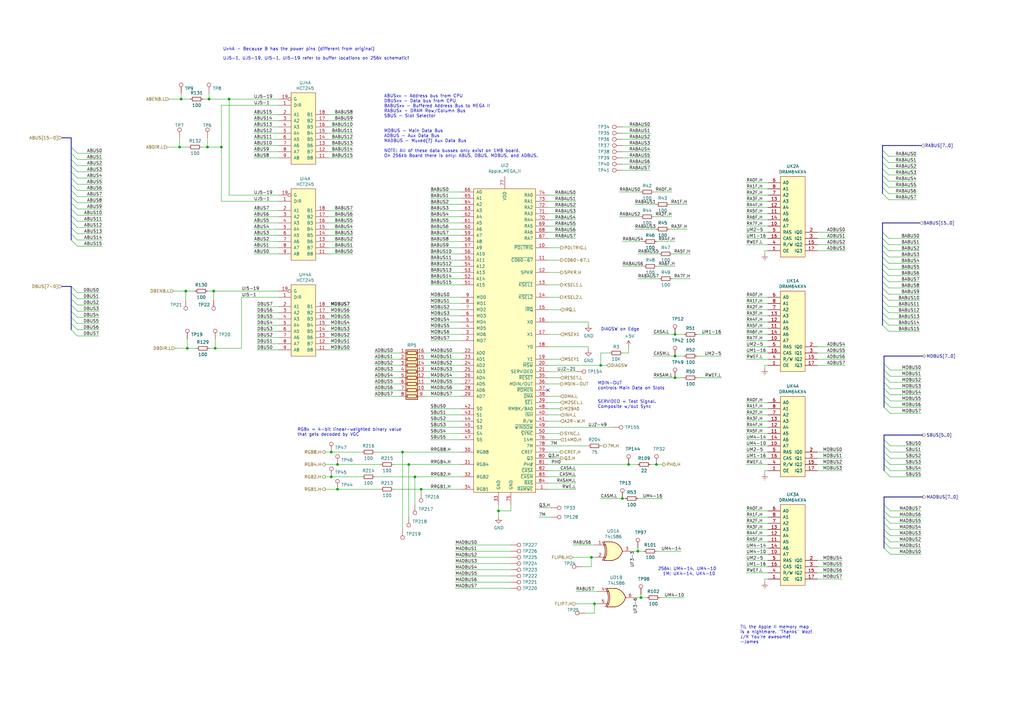
<source format=kicad_sch>
(kicad_sch (version 20211123) (generator eeschema)
  (paper "A3")
  (title_block (title "MEGA-II for IIgs ROM3") (rev "2") (company "bald.ee/bitpreserve") (comment 1 "ROM3 / 1 Mb IIgs") (comment 2 "Redrawn by james@baldengineer"))
  (junction (at 257.81 190.5))
  (junction (at 135.89 195.58))
  (junction (at 165.1 185.42))
  (junction (at 255.27 204.47))
  (junction (at 93.98 40.64))
  (junction (at 172.72 200.66))
  (junction (at 204.47 209.55))
  (junction (at 73.66 60.325))
  (junction (at 74.295 40.64))
  (junction (at 138.43 190.5))
  (junction (at 76.835 142.875))
  (junction (at 246.38 149.86))
  (junction (at 135.89 185.42))
  (junction (at 87.63 119.38))
  (junction (at 88.265 142.875))
  (junction (at 261.62 226.06))
  (junction (at 76.2 119.38))
  (junction (at 242.57 228.6))
  (junction (at 269.24 190.5))
  (junction (at 170.18 195.58))
  (junction (at 243.84 247.65))
  (junction (at 85.725 40.64))
  (junction (at 276.86 146.05))
  (junction (at 90.805 60.325))
  (junction (at 138.43 200.66))
  (junction (at 262.89 245.11))
  (junction (at 85.09 60.325))
  (junction (at 276.86 137.16))
  (junction (at 167.64 190.5))
  (junction (at 276.86 154.94))
  (no_connect (at 224.79 160.02))
  (bus_entry (at 362.585 156.845) (size 2.54 2.54))
  (bus_entry (at 362.585 161.925) (size 2.54 2.54))
  (bus_entry (at 361.95 61.595) (size 2.54 2.54))
  (bus_entry (at 361.95 100.33) (size 2.54 2.54))
  (bus_entry (at 29.21 122.555) (size 2.54 2.54))
  (bus_entry (at 29.21 117.475) (size 2.54 2.54))
  (bus_entry (at 361.95 133.35) (size 2.54 2.54))
  (bus_entry (at 361.95 76.835) (size 2.54 2.54))
  (bus_entry (at 362.585 217.17) (size 2.54 2.54))
  (bus_entry (at 362.585 187.96) (size 2.54 2.54))
  (bus_entry (at 362.585 190.5) (size 2.54 2.54))
  (bus_entry (at 362.585 219.71) (size 2.54 2.54))
  (bus_entry (at 29.21 78.105) (size 2.54 2.54))
  (bus_entry (at 361.95 110.49) (size 2.54 2.54))
  (bus_entry (at 361.95 107.95) (size 2.54 2.54))
  (bus_entry (at 361.95 97.79) (size 2.54 2.54))
  (bus_entry (at 29.21 127.635) (size 2.54 2.54))
  (bus_entry (at 29.21 125.095) (size 2.54 2.54))
  (bus_entry (at 362.585 214.63) (size 2.54 2.54))
  (bus_entry (at 361.95 79.375) (size 2.54 2.54))
  (bus_entry (at 29.21 73.025) (size 2.54 2.54))
  (bus_entry (at 362.585 207.01) (size 2.54 2.54))
  (bus_entry (at 362.585 180.34) (size 2.54 2.54))
  (bus_entry (at 361.95 69.215) (size 2.54 2.54))
  (bus_entry (at 361.95 64.135) (size 2.54 2.54))
  (bus_entry (at 361.95 125.73) (size 2.54 2.54))
  (bus_entry (at 361.95 128.27) (size 2.54 2.54))
  (bus_entry (at 29.21 80.645) (size 2.54 2.54))
  (bus_entry (at 29.21 83.185) (size 2.54 2.54))
  (bus_entry (at 29.21 135.255) (size 2.54 2.54))
  (bus_entry (at 29.21 90.805) (size 2.54 2.54))
  (bus_entry (at 362.585 222.25) (size 2.54 2.54))
  (bus_entry (at 362.585 209.55) (size 2.54 2.54))
  (bus_entry (at 361.95 130.81) (size 2.54 2.54))
  (bus_entry (at 362.585 154.305) (size 2.54 2.54))
  (bus_entry (at 361.95 102.87) (size 2.54 2.54))
  (bus_entry (at 361.95 71.755) (size 2.54 2.54))
  (bus_entry (at 361.95 118.11) (size 2.54 2.54))
  (bus_entry (at 362.585 224.79) (size 2.54 2.54))
  (bus_entry (at 29.21 132.715) (size 2.54 2.54))
  (bus_entry (at 362.585 151.765) (size 2.54 2.54))
  (bus_entry (at 29.21 62.865) (size 2.54 2.54))
  (bus_entry (at 362.585 164.465) (size 2.54 2.54))
  (bus_entry (at 361.95 74.295) (size 2.54 2.54))
  (bus_entry (at 29.21 60.325) (size 2.54 2.54))
  (bus_entry (at 29.21 85.725) (size 2.54 2.54))
  (bus_entry (at 362.585 182.88) (size 2.54 2.54))
  (bus_entry (at 362.585 212.09) (size 2.54 2.54))
  (bus_entry (at 362.585 185.42) (size 2.54 2.54))
  (bus_entry (at 362.585 159.385) (size 2.54 2.54))
  (bus_entry (at 362.585 167.005) (size 2.54 2.54))
  (bus_entry (at 29.21 95.885) (size 2.54 2.54))
  (bus_entry (at 361.95 95.25) (size 2.54 2.54))
  (bus_entry (at 361.95 105.41) (size 2.54 2.54))
  (bus_entry (at 362.585 149.225) (size 2.54 2.54))
  (bus_entry (at 29.21 130.175) (size 2.54 2.54))
  (bus_entry (at 29.21 70.485) (size 2.54 2.54))
  (bus_entry (at 361.95 120.65) (size 2.54 2.54))
  (bus_entry (at 361.95 123.19) (size 2.54 2.54))
  (bus_entry (at 361.95 66.675) (size 2.54 2.54))
  (bus_entry (at 361.95 113.03) (size 2.54 2.54))
  (bus_entry (at 362.585 193.04) (size 2.54 2.54))
  (bus_entry (at 29.21 75.565) (size 2.54 2.54))
  (bus_entry (at 29.21 67.945) (size 2.54 2.54))
  (bus_entry (at 29.21 88.265) (size 2.54 2.54))
  (bus_entry (at 361.95 115.57) (size 2.54 2.54))
  (bus_entry (at 29.21 120.015) (size 2.54 2.54))
  (bus_entry (at 29.21 65.405) (size 2.54 2.54))
  (bus_entry (at 29.21 93.345) (size 2.54 2.54))
  (bus_entry (at 29.21 98.425) (size 2.54 2.54))
  (bus (pts (xy 29.21 125.095) (xy 29.21 127.635)))
  (wire (pts (xy 114.3 86.36) (xy 104.14 86.36)))
  (bus (pts (xy 362.585 182.88) (xy 362.585 180.34)))
  (wire (pts (xy 255.27 62.23) (xy 266.7 62.23)))
  (wire (pts (xy 40.64 122.555) (xy 31.75 122.555)))
  (wire (pts (xy 365.125 151.765) (xy 377.825 151.765)))
  (wire (pts (xy 314.96 132.08) (xy 306.07 132.08)))
  (wire (pts (xy 313.69 149.86) (xy 313.69 151.13)))
  (wire (pts (xy 170.18 207.01) (xy 170.18 195.58)))
  (wire (pts (xy 260.35 245.11) (xy 262.89 245.11)))
  (wire (pts (xy 167.64 190.5) (xy 189.23 190.5)))
  (wire (pts (xy 189.23 81.28) (xy 176.53 81.28)))
  (wire (pts (xy 85.09 60.325) (xy 90.805 60.325)))
  (bus (pts (xy 29.21 75.565) (xy 29.21 78.105)))
  (bus (pts (xy 361.95 61.595) (xy 361.95 64.135)))
  (wire (pts (xy 314.96 127) (xy 306.07 127)))
  (wire (pts (xy 224.79 172.72) (xy 229.87 172.72)))
  (wire (pts (xy 314.96 102.87) (xy 313.69 102.87)))
  (wire (pts (xy 83.185 40.64) (xy 85.725 40.64)))
  (wire (pts (xy 365.125 154.305) (xy 377.825 154.305)))
  (wire (pts (xy 114.3 64.77) (xy 104.14 64.77)))
  (wire (pts (xy 90.805 82.55) (xy 114.3 82.55)))
  (bus (pts (xy 362.585 214.63) (xy 362.585 217.17)))
  (wire (pts (xy 313.69 237.49) (xy 313.69 238.76)))
  (wire (pts (xy 163.83 147.32) (xy 153.67 147.32)))
  (wire (pts (xy 345.44 193.04) (xy 335.28 193.04)))
  (wire (pts (xy 88.265 142.875) (xy 99.06 142.875)))
  (bus (pts (xy 362.585 203.835) (xy 378.46 203.835)))
  (wire (pts (xy 314.96 229.87) (xy 306.07 229.87)))
  (wire (pts (xy 246.38 144.78) (xy 246.38 149.86)))
  (wire (pts (xy 314.96 175.26) (xy 306.07 175.26)))
  (wire (pts (xy 173.99 162.56) (xy 189.23 162.56)))
  (wire (pts (xy 314.96 222.25) (xy 306.07 222.25)))
  (wire (pts (xy 255.27 59.69) (xy 266.7 59.69)))
  (wire (pts (xy 365.125 185.42) (xy 377.825 185.42)))
  (wire (pts (xy 365.125 161.925) (xy 377.825 161.925)))
  (wire (pts (xy 173.99 157.48) (xy 189.23 157.48)))
  (wire (pts (xy 31.75 65.405) (xy 41.91 65.405)))
  (wire (pts (xy 255.27 67.31) (xy 266.7 67.31)))
  (wire (pts (xy 314.96 187.96) (xy 306.07 187.96)))
  (wire (pts (xy 172.72 200.66) (xy 161.29 200.66)))
  (wire (pts (xy 138.43 190.5) (xy 156.21 190.5)))
  (wire (pts (xy 189.23 132.08) (xy 176.53 132.08)))
  (bus (pts (xy 361.95 105.41) (xy 361.95 102.87)))
  (bus (pts (xy 361.95 118.11) (xy 361.95 115.57)))
  (wire (pts (xy 161.29 190.5) (xy 167.64 190.5)))
  (wire (pts (xy 165.1 185.42) (xy 165.1 217.17)))
  (wire (pts (xy 285.75 146.05) (xy 295.91 146.05)))
  (wire (pts (xy 173.99 152.4) (xy 189.23 152.4)))
  (wire (pts (xy 247.65 182.88) (xy 246.38 182.88)))
  (bus (pts (xy 362.585 146.05) (xy 362.585 149.225)))
  (wire (pts (xy 74.295 40.64) (xy 69.215 40.64)))
  (wire (pts (xy 335.28 147.32) (xy 346.71 147.32)))
  (wire (pts (xy 262.89 243.84) (xy 262.89 245.11)))
  (wire (pts (xy 31.75 80.645) (xy 41.91 80.645)))
  (wire (pts (xy 31.75 70.485) (xy 41.91 70.485)))
  (bus (pts (xy 29.21 60.325) (xy 29.21 62.865)))
  (wire (pts (xy 314.96 209.55) (xy 306.07 209.55)))
  (wire (pts (xy 271.78 190.5) (xy 269.24 190.5)))
  (wire (pts (xy 87.63 119.38) (xy 114.3 119.38)))
  (wire (pts (xy 261.62 224.79) (xy 261.62 226.06)))
  (wire (pts (xy 224.79 198.12) (xy 236.22 198.12)))
  (wire (pts (xy 189.23 129.54) (xy 176.53 129.54)))
  (wire (pts (xy 85.725 38.1) (xy 85.725 40.64)))
  (bus (pts (xy 29.21 70.485) (xy 29.21 73.025)))
  (wire (pts (xy 134.62 143.51) (xy 143.51 143.51)))
  (bus (pts (xy 29.21 85.725) (xy 29.21 88.265)))
  (wire (pts (xy 189.23 91.44) (xy 176.53 91.44)))
  (wire (pts (xy 270.51 245.11) (xy 280.67 245.11)))
  (wire (pts (xy 345.44 237.49) (xy 335.28 237.49)))
  (wire (pts (xy 314.96 219.71) (xy 306.07 219.71)))
  (wire (pts (xy 255.27 69.85) (xy 266.7 69.85)))
  (wire (pts (xy 275.59 104.14) (xy 283.21 104.14)))
  (wire (pts (xy 134.62 96.52) (xy 144.78 96.52)))
  (wire (pts (xy 40.64 137.795) (xy 31.75 137.795)))
  (wire (pts (xy 90.805 43.18) (xy 90.805 60.325)))
  (wire (pts (xy 314.96 185.42) (xy 306.07 185.42)))
  (wire (pts (xy 261.62 204.47) (xy 271.78 204.47)))
  (wire (pts (xy 364.49 130.81) (xy 377.19 130.81)))
  (wire (pts (xy 276.86 154.94) (xy 280.67 154.94)))
  (wire (pts (xy 364.49 79.375) (xy 375.92 79.375)))
  (wire (pts (xy 314.96 149.86) (xy 313.69 149.86)))
  (wire (pts (xy 257.81 144.78) (xy 255.27 144.78)))
  (bus (pts (xy 29.21 127.635) (xy 29.21 130.175)))
  (wire (pts (xy 153.67 195.58) (xy 170.18 195.58)))
  (wire (pts (xy 314.96 142.24) (xy 306.07 142.24)))
  (bus (pts (xy 361.95 95.25) (xy 361.95 91.44)))
  (bus (pts (xy 29.21 90.805) (xy 29.21 93.345)))
  (wire (pts (xy 163.83 152.4) (xy 153.67 152.4)))
  (wire (pts (xy 242.57 228.6) (xy 234.95 228.6)))
  (wire (pts (xy 259.08 226.06) (xy 261.62 226.06)))
  (wire (pts (xy 189.23 139.7) (xy 176.53 139.7)))
  (wire (pts (xy 135.89 195.58) (xy 148.59 195.58)))
  (bus (pts (xy 362.585 156.845) (xy 362.585 159.385)))
  (wire (pts (xy 31.75 90.805) (xy 41.91 90.805)))
  (bus (pts (xy 29.21 73.025) (xy 29.21 75.565)))
  (bus (pts (xy 362.585 151.765) (xy 362.585 154.305)))
  (wire (pts (xy 335.28 97.79) (xy 346.71 97.79)))
  (wire (pts (xy 243.84 247.65) (xy 236.22 247.65)))
  (wire (pts (xy 40.64 125.095) (xy 31.75 125.095)))
  (wire (pts (xy 134.62 88.9) (xy 144.78 88.9)))
  (wire (pts (xy 40.64 127.635) (xy 31.75 127.635)))
  (wire (pts (xy 93.98 40.64) (xy 114.3 40.64)))
  (wire (pts (xy 377.19 115.57) (xy 364.49 115.57)))
  (wire (pts (xy 134.62 99.06) (xy 144.78 99.06)))
  (wire (pts (xy 189.23 185.42) (xy 165.1 185.42)))
  (wire (pts (xy 114.3 96.52) (xy 104.14 96.52)))
  (wire (pts (xy 274.32 93.98) (xy 281.94 93.98)))
  (wire (pts (xy 224.79 82.55) (xy 236.22 82.55)))
  (wire (pts (xy 204.47 209.55) (xy 204.47 212.09)))
  (wire (pts (xy 224.79 200.66) (xy 236.22 200.66)))
  (wire (pts (xy 163.83 157.48) (xy 153.67 157.48)))
  (wire (pts (xy 134.62 135.89) (xy 143.51 135.89)))
  (wire (pts (xy 314.96 212.09) (xy 306.07 212.09)))
  (bus (pts (xy 29.21 130.175) (xy 29.21 132.715)))
  (wire (pts (xy 224.79 190.5) (xy 257.81 190.5)))
  (wire (pts (xy 176.53 96.52) (xy 189.23 96.52)))
  (bus (pts (xy 361.95 59.69) (xy 361.95 61.595)))
  (bus (pts (xy 361.95 71.755) (xy 361.95 74.295)))
  (wire (pts (xy 134.62 130.81) (xy 143.51 130.81)))
  (wire (pts (xy 85.725 142.875) (xy 88.265 142.875)))
  (wire (pts (xy 365.125 190.5) (xy 377.825 190.5)))
  (wire (pts (xy 365.125 217.17) (xy 377.825 217.17)))
  (wire (pts (xy 314.96 217.17) (xy 306.07 217.17)))
  (wire (pts (xy 76.2 123.19) (xy 76.2 119.38)))
  (wire (pts (xy 114.3 91.44) (xy 104.14 91.44)))
  (wire (pts (xy 243.84 251.46) (xy 243.84 247.65)))
  (bus (pts (xy 361.95 64.135) (xy 361.95 66.675)))
  (bus (pts (xy 362.585 193.04) (xy 362.585 190.5)))
  (wire (pts (xy 364.49 125.73) (xy 377.19 125.73)))
  (wire (pts (xy 345.44 187.96) (xy 335.28 187.96)))
  (wire (pts (xy 269.24 99.06) (xy 276.86 99.06)))
  (wire (pts (xy 314.96 80.01) (xy 306.07 80.01)))
  (wire (pts (xy 31.75 88.265) (xy 41.91 88.265)))
  (bus (pts (xy 29.21 88.265) (xy 29.21 90.805)))
  (bus (pts (xy 361.95 123.19) (xy 361.95 120.65)))
  (wire (pts (xy 176.53 83.82) (xy 189.23 83.82)))
  (wire (pts (xy 255.27 109.22) (xy 264.16 109.22)))
  (wire (pts (xy 314.96 144.78) (xy 306.07 144.78)))
  (bus (pts (xy 362.585 146.05) (xy 378.46 146.05)))
  (wire (pts (xy 345.44 232.41) (xy 335.28 232.41)))
  (wire (pts (xy 377.19 133.35) (xy 364.49 133.35)))
  (wire (pts (xy 189.23 134.62) (xy 176.53 134.62)))
  (wire (pts (xy 267.97 88.9) (xy 275.59 88.9)))
  (wire (pts (xy 267.97 146.05) (xy 276.86 146.05)))
  (bus (pts (xy 362.585 178.435) (xy 378.46 178.435)))
  (wire (pts (xy 365.125 227.33) (xy 377.825 227.33)))
  (wire (pts (xy 365.125 164.465) (xy 377.825 164.465)))
  (wire (pts (xy 134.62 59.69) (xy 144.78 59.69)))
  (wire (pts (xy 80.645 142.875) (xy 76.835 142.875)))
  (wire (pts (xy 85.09 56.515) (xy 85.09 60.325)))
  (wire (pts (xy 31.75 83.185) (xy 41.91 83.185)))
  (wire (pts (xy 134.62 64.77) (xy 144.78 64.77)))
  (wire (pts (xy 314.96 90.17) (xy 306.07 90.17)))
  (wire (pts (xy 364.49 71.755) (xy 375.92 71.755)))
  (wire (pts (xy 345.44 185.42) (xy 335.28 185.42)))
  (wire (pts (xy 134.62 93.98) (xy 144.78 93.98)))
  (wire (pts (xy 73.66 56.515) (xy 73.66 60.325)))
  (wire (pts (xy 186.69 238.76) (xy 209.55 238.76)))
  (wire (pts (xy 90.805 43.18) (xy 114.3 43.18)))
  (bus (pts (xy 29.21 56.515) (xy 29.21 60.325)))
  (bus (pts (xy 362.585 219.71) (xy 362.585 222.25)))
  (wire (pts (xy 224.79 157.48) (xy 229.87 157.48)))
  (wire (pts (xy 189.23 104.14) (xy 176.53 104.14)))
  (wire (pts (xy 105.41 133.35) (xy 114.3 133.35)))
  (wire (pts (xy 314.96 77.47) (xy 306.07 77.47)))
  (wire (pts (xy 314.96 165.1) (xy 306.07 165.1)))
  (wire (pts (xy 85.725 40.64) (xy 93.98 40.64)))
  (wire (pts (xy 224.79 195.58) (xy 236.22 195.58)))
  (wire (pts (xy 314.96 224.79) (xy 306.07 224.79)))
  (wire (pts (xy 245.11 247.65) (xy 243.84 247.65)))
  (wire (pts (xy 186.69 223.52) (xy 209.55 223.52)))
  (bus (pts (xy 29.21 117.475) (xy 29.21 120.015)))
  (wire (pts (xy 314.96 82.55) (xy 306.07 82.55)))
  (wire (pts (xy 335.28 100.33) (xy 346.71 100.33)))
  (wire (pts (xy 172.72 200.66) (xy 172.72 201.93)))
  (wire (pts (xy 114.3 93.98) (xy 104.14 93.98)))
  (wire (pts (xy 261.62 226.06) (xy 264.16 226.06)))
  (bus (pts (xy 361.95 74.295) (xy 361.95 76.835)))
  (wire (pts (xy 314.96 85.09) (xy 306.07 85.09)))
  (wire (pts (xy 186.69 228.6) (xy 209.55 228.6)))
  (bus (pts (xy 29.21 65.405) (xy 29.21 67.945)))
  (wire (pts (xy 345.44 234.95) (xy 335.28 234.95)))
  (wire (pts (xy 224.79 152.4) (xy 236.22 152.4)))
  (wire (pts (xy 105.41 128.27) (xy 114.3 128.27)))
  (wire (pts (xy 134.62 138.43) (xy 143.51 138.43)))
  (wire (pts (xy 134.62 125.73) (xy 143.51 125.73)))
  (wire (pts (xy 285.75 137.16) (xy 295.91 137.16)))
  (wire (pts (xy 314.96 227.33) (xy 306.07 227.33)))
  (wire (pts (xy 209.55 209.55) (xy 204.47 209.55)))
  (wire (pts (xy 170.18 195.58) (xy 189.23 195.58)))
  (wire (pts (xy 314.96 170.18) (xy 306.07 170.18)))
  (bus (pts (xy 29.21 120.015) (xy 29.21 122.555)))
  (wire (pts (xy 114.3 57.15) (xy 104.14 57.15)))
  (wire (pts (xy 114.3 46.99) (xy 104.14 46.99)))
  (wire (pts (xy 204.47 207.01) (xy 204.47 209.55)))
  (bus (pts (xy 29.21 80.645) (xy 29.21 83.185)))
  (wire (pts (xy 255.27 204.47) (xy 246.38 204.47)))
  (wire (pts (xy 364.49 81.915) (xy 375.92 81.915)))
  (wire (pts (xy 93.98 80.01) (xy 114.3 80.01)))
  (wire (pts (xy 105.41 135.89) (xy 114.3 135.89)))
  (wire (pts (xy 134.62 49.53) (xy 144.78 49.53)))
  (wire (pts (xy 314.96 234.95) (xy 306.07 234.95)))
  (wire (pts (xy 77.47 60.325) (xy 73.66 60.325)))
  (wire (pts (xy 335.28 142.24) (xy 346.71 142.24)))
  (wire (pts (xy 255.27 64.77) (xy 266.7 64.77)))
  (wire (pts (xy 314.96 214.63) (xy 306.07 214.63)))
  (wire (pts (xy 31.75 98.425) (xy 41.91 98.425)))
  (wire (pts (xy 313.69 102.87) (xy 313.69 104.14)))
  (wire (pts (xy 365.125 187.96) (xy 377.825 187.96)))
  (wire (pts (xy 364.49 118.11) (xy 377.19 118.11)))
  (wire (pts (xy 189.23 124.46) (xy 176.53 124.46)))
  (wire (pts (xy 105.41 125.73) (xy 114.3 125.73)))
  (wire (pts (xy 176.53 101.6) (xy 189.23 101.6)))
  (wire (pts (xy 365.125 212.09) (xy 377.825 212.09)))
  (wire (pts (xy 335.28 95.25) (xy 346.71 95.25)))
  (wire (pts (xy 186.69 231.14) (xy 209.55 231.14)))
  (wire (pts (xy 224.79 116.84) (xy 229.87 116.84)))
  (bus (pts (xy 361.95 69.215) (xy 361.95 71.755)))
  (wire (pts (xy 173.99 147.32) (xy 189.23 147.32)))
  (bus (pts (xy 362.585 180.34) (xy 362.585 178.435)))
  (wire (pts (xy 134.62 46.99) (xy 144.78 46.99)))
  (wire (pts (xy 224.79 92.71) (xy 236.22 92.71)))
  (wire (pts (xy 269.24 109.22) (xy 276.86 109.22)))
  (wire (pts (xy 90.805 60.325) (xy 90.805 82.55)))
  (wire (pts (xy 267.97 154.94) (xy 276.86 154.94)))
  (wire (pts (xy 224.79 90.17) (xy 236.22 90.17)))
  (wire (pts (xy 229.87 121.92) (xy 224.79 121.92)))
  (wire (pts (xy 224.79 132.08) (xy 241.3 132.08)))
  (wire (pts (xy 241.3 142.24) (xy 241.3 143.51)))
  (wire (pts (xy 314.96 87.63) (xy 306.07 87.63)))
  (wire (pts (xy 276.86 137.16) (xy 280.67 137.16)))
  (wire (pts (xy 335.28 144.78) (xy 346.71 144.78)))
  (wire (pts (xy 224.79 149.86) (xy 246.38 149.86)))
  (bus (pts (xy 361.95 91.44) (xy 377.19 91.44)))
  (wire (pts (xy 224.79 142.24) (xy 241.3 142.24)))
  (wire (pts (xy 314.96 92.71) (xy 306.07 92.71)))
  (wire (pts (xy 134.62 86.36) (xy 144.78 86.36)))
  (wire (pts (xy 114.3 99.06) (xy 104.14 99.06)))
  (wire (pts (xy 345.44 229.87) (xy 335.28 229.87)))
  (bus (pts (xy 361.95 133.35) (xy 361.95 130.81)))
  (wire (pts (xy 31.75 100.965) (xy 41.91 100.965)))
  (wire (pts (xy 114.3 52.07) (xy 104.14 52.07)))
  (wire (pts (xy 31.75 93.345) (xy 41.91 93.345)))
  (wire (pts (xy 224.79 106.68) (xy 229.87 106.68)))
  (wire (pts (xy 105.41 138.43) (xy 114.3 138.43)))
  (wire (pts (xy 134.62 57.15) (xy 144.78 57.15)))
  (wire (pts (xy 262.89 245.11) (xy 265.43 245.11)))
  (wire (pts (xy 250.19 144.78) (xy 246.38 144.78)))
  (wire (pts (xy 189.23 175.26) (xy 176.53 175.26)))
  (bus (pts (xy 29.21 122.555) (xy 29.21 125.095)))
  (wire (pts (xy 133.35 200.66) (xy 138.43 200.66)))
  (wire (pts (xy 260.35 83.82) (xy 269.24 83.82)))
  (wire (pts (xy 335.28 102.87) (xy 346.71 102.87)))
  (wire (pts (xy 134.62 133.35) (xy 143.51 133.35)))
  (wire (pts (xy 364.49 74.295) (xy 375.92 74.295)))
  (wire (pts (xy 314.96 193.04) (xy 313.69 193.04)))
  (wire (pts (xy 257.81 142.24) (xy 257.81 144.78)))
  (wire (pts (xy 189.23 167.64) (xy 176.53 167.64)))
  (wire (pts (xy 274.32 83.82) (xy 281.94 83.82)))
  (wire (pts (xy 105.41 140.97) (xy 114.3 140.97)))
  (wire (pts (xy 365.125 195.58) (xy 377.825 195.58)))
  (wire (pts (xy 224.79 167.64) (xy 229.87 167.64)))
  (wire (pts (xy 73.66 60.325) (xy 68.58 60.325)))
  (wire (pts (xy 173.99 149.86) (xy 189.23 149.86)))
  (bus (pts (xy 361.95 66.675) (xy 361.95 69.215)))
  (wire (pts (xy 314.96 74.93) (xy 306.07 74.93)))
  (wire (pts (xy 229.87 111.76) (xy 224.79 111.76)))
  (wire (pts (xy 364.49 113.03) (xy 377.19 113.03)))
  (wire (pts (xy 246.38 149.86) (xy 248.92 149.86)))
  (wire (pts (xy 226.06 212.09) (xy 220.98 212.09)))
  (wire (pts (xy 114.3 104.14) (xy 104.14 104.14)))
  (wire (pts (xy 189.23 170.18) (xy 176.53 170.18)))
  (wire (pts (xy 189.23 172.72) (xy 176.53 172.72)))
  (wire (pts (xy 269.24 226.06) (xy 279.4 226.06)))
  (wire (pts (xy 314.96 100.33) (xy 306.07 100.33)))
  (wire (pts (xy 40.64 130.175) (xy 31.75 130.175)))
  (wire (pts (xy 114.3 54.61) (xy 104.14 54.61)))
  (wire (pts (xy 365.125 214.63) (xy 377.825 214.63)))
  (wire (pts (xy 189.23 127) (xy 176.53 127)))
  (bus (pts (xy 362.585 164.465) (xy 362.585 167.005)))
  (wire (pts (xy 238.76 232.41) (xy 242.57 232.41)))
  (wire (pts (xy 105.41 143.51) (xy 114.3 143.51)))
  (wire (pts (xy 377.19 128.27) (xy 364.49 128.27)))
  (wire (pts (xy 31.75 85.725) (xy 41.91 85.725)))
  (wire (pts (xy 345.44 190.5) (xy 335.28 190.5)))
  (wire (pts (xy 261.62 104.14) (xy 270.51 104.14)))
  (wire (pts (xy 134.62 62.23) (xy 144.78 62.23)))
  (wire (pts (xy 40.64 135.255) (xy 31.75 135.255)))
  (wire (pts (xy 114.3 101.6) (xy 104.14 101.6)))
  (wire (pts (xy 114.3 59.69) (xy 104.14 59.69)))
  (wire (pts (xy 134.62 54.61) (xy 144.78 54.61)))
  (wire (pts (xy 224.79 85.09) (xy 236.22 85.09)))
  (wire (pts (xy 99.06 121.92) (xy 114.3 121.92)))
  (bus (pts (xy 29.21 117.475) (xy 25.4 117.475)))
  (wire (pts (xy 82.55 60.325) (xy 85.09 60.325)))
  (wire (pts (xy 314.96 232.41) (xy 306.07 232.41)))
  (wire (pts (xy 224.79 185.42) (xy 229.87 185.42)))
  (bus (pts (xy 29.21 67.945) (xy 29.21 70.485)))
  (wire (pts (xy 365.125 224.79) (xy 377.825 224.79)))
  (wire (pts (xy 224.79 87.63) (xy 236.22 87.63)))
  (wire (pts (xy 76.2 119.38) (xy 71.12 119.38)))
  (wire (pts (xy 267.97 137.16) (xy 276.86 137.16)))
  (wire (pts (xy 76.835 142.875) (xy 71.755 142.875)))
  (bus (pts (xy 361.95 115.57) (xy 361.95 113.03)))
  (wire (pts (xy 365.125 159.385) (xy 377.825 159.385)))
  (wire (pts (xy 134.62 52.07) (xy 144.78 52.07)))
  (wire (pts (xy 224.79 187.96) (xy 229.87 187.96)))
  (wire (pts (xy 189.23 86.36) (xy 176.53 86.36)))
  (bus (pts (xy 362.585 161.925) (xy 362.585 164.465)))
  (wire (pts (xy 138.43 200.66) (xy 156.21 200.66)))
  (wire (pts (xy 260.35 93.98) (xy 269.24 93.98)))
  (wire (pts (xy 31.75 78.105) (xy 41.91 78.105)))
  (wire (pts (xy 189.23 137.16) (xy 176.53 137.16)))
  (wire (pts (xy 229.87 170.18) (xy 224.79 170.18)))
  (wire (pts (xy 88.265 139.065) (xy 88.265 142.875)))
  (wire (pts (xy 229.87 154.94) (xy 224.79 154.94)))
  (wire (pts (xy 74.295 40.64) (xy 78.105 40.64)))
  (wire (pts (xy 256.54 204.47) (xy 255.27 204.47)))
  (wire (pts (xy 134.62 91.44) (xy 144.78 91.44)))
  (wire (pts (xy 189.23 106.68) (xy 176.53 106.68)))
  (wire (pts (xy 133.35 185.42) (xy 135.89 185.42)))
  (wire (pts (xy 163.83 144.78) (xy 153.67 144.78)))
  (wire (pts (xy 314.96 139.7) (xy 306.07 139.7)))
  (wire (pts (xy 80.01 119.38) (xy 76.2 119.38)))
  (bus (pts (xy 29.21 62.865) (xy 29.21 65.405)))
  (wire (pts (xy 224.79 180.34) (xy 229.87 180.34)))
  (wire (pts (xy 276.86 146.05) (xy 280.67 146.05)))
  (bus (pts (xy 362.585 207.01) (xy 362.585 209.55)))
  (wire (pts (xy 365.125 182.88) (xy 377.825 182.88)))
  (wire (pts (xy 224.79 127) (xy 229.87 127)))
  (wire (pts (xy 242.57 232.41) (xy 242.57 228.6)))
  (wire (pts (xy 224.79 97.79) (xy 236.22 97.79)))
  (wire (pts (xy 314.96 237.49) (xy 313.69 237.49)))
  (wire (pts (xy 176.53 116.84) (xy 189.23 116.84)))
  (wire (pts (xy 364.49 64.135) (xy 375.92 64.135)))
  (wire (pts (xy 377.19 135.89) (xy 364.49 135.89)))
  (wire (pts (xy 76.835 139.065) (xy 76.835 142.875)))
  (wire (pts (xy 114.3 49.53) (xy 104.14 49.53)))
  (wire (pts (xy 243.84 223.52) (xy 234.95 223.52)))
  (wire (pts (xy 377.19 102.87) (xy 364.49 102.87)))
  (bus (pts (xy 377.825 59.69) (xy 361.95 59.69)))
  (wire (pts (xy 314.96 134.62) (xy 306.07 134.62)))
  (bus (pts (xy 362.585 154.305) (xy 362.585 156.845)))
  (wire (pts (xy 224.79 193.04) (xy 236.22 193.04)))
  (bus (pts (xy 361.95 128.27) (xy 361.95 125.73)))
  (wire (pts (xy 186.69 226.06) (xy 209.55 226.06)))
  (wire (pts (xy 365.125 156.845) (xy 377.825 156.845)))
  (wire (pts (xy 224.79 162.56) (xy 229.87 162.56)))
  (wire (pts (xy 364.49 110.49) (xy 377.19 110.49)))
  (wire (pts (xy 254 88.9) (xy 262.89 88.9)))
  (wire (pts (xy 314.96 182.88) (xy 306.07 182.88)))
  (wire (pts (xy 40.64 132.715) (xy 31.75 132.715)))
  (wire (pts (xy 176.53 109.22) (xy 189.23 109.22)))
  (bus (pts (xy 361.95 76.835) (xy 361.95 79.375)))
  (wire (pts (xy 314.96 172.72) (xy 306.07 172.72)))
  (wire (pts (xy 241.3 132.08) (xy 241.3 133.35)))
  (wire (pts (xy 31.75 67.945) (xy 41.91 67.945)))
  (wire (pts (xy 365.125 193.04) (xy 377.825 193.04)))
  (wire (pts (xy 255.27 57.15) (xy 266.7 57.15)))
  (wire (pts (xy 314.96 95.25) (xy 306.07 95.25)))
  (bus (pts (xy 361.95 125.73) (xy 361.95 123.19)))
  (wire (pts (xy 365.125 167.005) (xy 377.825 167.005)))
  (wire (pts (xy 365.125 169.545) (xy 377.825 169.545)))
  (wire (pts (xy 275.59 114.3) (xy 283.21 114.3)))
  (bus (pts (xy 361.95 102.87) (xy 361.95 100.33)))
  (wire (pts (xy 314.96 180.34) (xy 306.07 180.34)))
  (wire (pts (xy 133.35 195.58) (xy 135.89 195.58)))
  (wire (pts (xy 229.87 101.6) (xy 224.79 101.6)))
  (wire (pts (xy 93.98 80.01) (xy 93.98 40.64)))
  (wire (pts (xy 229.87 165.1) (xy 224.79 165.1)))
  (bus (pts (xy 361.95 120.65) (xy 361.95 118.11)))
  (wire (pts (xy 224.79 137.16) (xy 229.87 137.16)))
  (wire (pts (xy 224.79 95.25) (xy 236.22 95.25)))
  (bus (pts (xy 29.21 132.715) (xy 29.21 135.255)))
  (bus (pts (xy 361.95 110.49) (xy 361.95 107.95)))
  (wire (pts (xy 133.35 190.5) (xy 138.43 190.5)))
  (wire (pts (xy 186.69 241.3) (xy 209.55 241.3)))
  (wire (pts (xy 243.84 228.6) (xy 242.57 228.6)))
  (wire (pts (xy 85.09 119.38) (xy 87.63 119.38)))
  (wire (pts (xy 163.83 149.86) (xy 153.67 149.86)))
  (wire (pts (xy 224.79 182.88) (xy 241.3 182.88)))
  (wire (pts (xy 186.69 236.22) (xy 209.55 236.22)))
  (bus (pts (xy 361.95 113.03) (xy 361.95 110.49)))
  (bus (pts (xy 361.95 97.79) (xy 361.95 95.25)))
  (wire (pts (xy 186.69 233.68) (xy 209.55 233.68)))
  (wire (pts (xy 224.79 80.01) (xy 236.22 80.01)))
  (bus (pts (xy 362.585 222.25) (xy 362.585 224.79)))
  (wire (pts (xy 377.19 107.95) (xy 364.49 107.95)))
  (wire (pts (xy 314.96 147.32) (xy 306.07 147.32)))
  (wire (pts (xy 173.99 144.78) (xy 189.23 144.78)))
  (wire (pts (xy 189.23 200.66) (xy 172.72 200.66)))
  (wire (pts (xy 173.99 160.02) (xy 189.23 160.02)))
  (bus (pts (xy 362.585 149.225) (xy 362.585 151.765)))
  (wire (pts (xy 40.64 120.015) (xy 31.75 120.015)))
  (wire (pts (xy 245.11 242.57) (xy 236.22 242.57)))
  (wire (pts (xy 31.75 75.565) (xy 41.91 75.565)))
  (wire (pts (xy 189.23 99.06) (xy 176.53 99.06)))
  (bus (pts (xy 29.21 78.105) (xy 29.21 80.645)))
  (wire (pts (xy 167.64 190.5) (xy 167.64 212.09)))
  (wire (pts (xy 163.83 160.02) (xy 153.67 160.02)))
  (wire (pts (xy 255.27 99.06) (xy 264.16 99.06)))
  (wire (pts (xy 176.53 114.3) (xy 189.23 114.3)))
  (wire (pts (xy 335.28 149.86) (xy 346.71 149.86)))
  (wire (pts (xy 163.83 162.56) (xy 153.67 162.56)))
  (bus (pts (xy 29.21 95.885) (xy 29.21 98.425)))
  (wire (pts (xy 176.53 88.9) (xy 189.23 88.9)))
  (wire (pts (xy 31.75 73.025) (xy 41.91 73.025)))
  (wire (pts (xy 364.49 69.215) (xy 375.92 69.215)))
  (bus (pts (xy 362.585 203.835) (xy 362.585 207.01)))
  (bus (pts (xy 29.21 93.345) (xy 29.21 95.885)))
  (wire (pts (xy 364.49 97.79) (xy 377.19 97.79)))
  (wire (pts (xy 209.55 207.01) (xy 209.55 209.55)))
  (bus (pts (xy 362.585 185.42) (xy 362.585 182.88)))
  (bus (pts (xy 362.585 190.5) (xy 362.585 187.96)))
  (bus (pts (xy 361.95 130.81) (xy 361.95 128.27)))
  (bus (pts (xy 29.21 83.185) (xy 29.21 85.725)))
  (wire (pts (xy 255.27 52.07) (xy 266.7 52.07)))
  (wire (pts (xy 189.23 121.92) (xy 176.53 121.92)))
  (wire (pts (xy 224.79 147.32) (xy 229.87 147.32)))
  (wire (pts (xy 105.41 130.81) (xy 114.3 130.81)))
  (wire (pts (xy 285.75 154.94) (xy 295.91 154.94)))
  (wire (pts (xy 364.49 123.19) (xy 377.19 123.19)))
  (wire (pts (xy 153.67 185.42) (xy 165.1 185.42)))
  (bus (pts (xy 362.585 212.09) (xy 362.585 214.63)))
  (wire (pts (xy 255.27 54.61) (xy 266.7 54.61)))
  (wire (pts (xy 365.125 222.25) (xy 377.825 222.25)))
  (wire (pts (xy 229.87 177.8) (xy 224.79 177.8)))
  (wire (pts (xy 314.96 177.8) (xy 306.07 177.8)))
  (wire (pts (xy 261.62 114.3) (xy 270.51 114.3)))
  (wire (pts (xy 189.23 78.74) (xy 176.53 78.74)))
  (wire (pts (xy 135.89 185.42) (xy 148.59 185.42)))
  (wire (pts (xy 189.23 177.8) (xy 176.53 177.8)))
  (wire (pts (xy 134.62 128.27) (xy 143.51 128.27)))
  (wire (pts (xy 224.79 175.26) (xy 251.46 175.26)))
  (wire (pts (xy 31.75 95.885) (xy 41.91 95.885)))
  (wire (pts (xy 314.96 137.16) (xy 306.07 137.16)))
  (bus (pts (xy 25.4 56.515) (xy 29.21 56.515)))
  (wire (pts (xy 114.3 88.9) (xy 104.14 88.9)))
  (wire (pts (xy 365.125 219.71) (xy 377.825 219.71)))
  (wire (pts (xy 173.99 154.94) (xy 189.23 154.94)))
  (wire (pts (xy 257.81 190.5) (xy 261.62 190.5)))
  (wire (pts (xy 313.69 193.04) (xy 313.69 194.31)))
  (wire (pts (xy 365.125 209.55) (xy 377.825 209.55)))
  (wire (pts (xy 314.96 121.92) (xy 306.07 121.92)))
  (wire (pts (xy 377.19 120.65) (xy 364.49 120.65)))
  (wire (pts (xy 364.49 100.33) (xy 377.19 100.33)))
  (wire (pts (xy 267.97 78.74) (xy 275.59 78.74)))
  (wire (pts (xy 31.75 62.865) (xy 41.91 62.865)))
  (wire (pts (xy 314.96 167.64) (xy 306.07 167.64)))
  (wire (pts (xy 314.96 129.54) (xy 306.07 129.54)))
  (wire (pts (xy 74.295 38.1) (xy 74.295 40.64)))
  (wire (pts (xy 99.06 121.92) (xy 99.06 142.875)))
  (bus (pts (xy 362.585 217.17) (xy 362.585 219.71)))
  (bus (pts (xy 362.585 187.96) (xy 362.585 185.42)))
  (wire (pts (xy 314.96 124.46) (xy 306.07 124.46)))
  (wire (pts (xy 226.06 208.28) (xy 220.98 208.28)))
  (wire (pts (xy 254 78.74) (xy 262.89 78.74)))
  (wire (pts (xy 314.96 190.5) (xy 306.07 190.5)))
  (wire (pts (xy 189.23 111.76) (xy 176.53 111.76)))
  (wire (pts (xy 364.49 66.675) (xy 375.92 66.675)))
  (wire (pts (xy 87.63 123.19) (xy 87.63 119.38)))
  (wire (pts (xy 134.62 140.97) (xy 143.51 140.97)))
  (wire (pts (xy 189.23 93.98) (xy 176.53 93.98)))
  (wire (pts (xy 134.62 101.6) (xy 144.78 101.6)))
  (wire (pts (xy 364.49 76.835) (xy 375.92 76.835)))
  (bus (pts (xy 361.95 100.33) (xy 361.95 97.79)))
  (wire (pts (xy 134.62 104.14) (xy 144.78 104.14)))
  (wire (pts (xy 189.23 180.34) (xy 176.53 180.34)))
  (wire (pts (xy 314.96 97.79) (xy 306.07 97.79)))
  (wire (pts (xy 269.24 190.5) (xy 266.7 190.5)))
  (wire (pts (xy 364.49 105.41) (xy 377.19 105.41)))
  (wire (pts (xy 240.03 251.46) (xy 243.84 251.46)))
  (bus (pts (xy 362.585 209.55) (xy 362.585 212.09)))
  (wire (pts (xy 114.3 62.23) (xy 104.14 62.23)))
  (bus (pts (xy 361.95 107.95) (xy 361.95 105.41)))
  (bus (pts (xy 362.585 159.385) (xy 362.585 161.925)))
  (wire (pts (xy 163.83 154.94) (xy 153.67 154.94)))
  (text "UJ5-1, UJ5-19, UI5-1, UI5-19 refer to buffer locations on 256k schematic!" (at 91.44 24.765 0) (effects (font (size 1.27 1.27)) (justify left bottom)))
  (text "SERVIDEO = Test Signal. \nComposite w/out Sync" (at 245.11 167.64 0) (effects (font (size 1.27 1.27)) (justify left bottom)))
  (text "Ux4A - Because B has the power pins (different from original)" (at 91.44 20.955 0) (effects (font (size 1.27 1.27)) (justify left bottom)))
  (text "DIAGSW on Edge" (at 246.38 135.89 0) (effects (font (size 1.27 1.27)) (justify left bottom)))
  (text "MDIN-OUT \ncontrols Main Data on Slots" (at 245.11 160.02 0) (effects (font (size 1.27 1.27)) (justify left bottom)))
  (text "256k: UM4-14, UM4-10\n  1M: UK4-14, UK4-10   " (at 269.875 236.22 0) (effects (font (size 1.27 1.27)) (justify left bottom)))
  (text "RGBx = 4-bit linear-weighted binary value \nthat gets decoded by VGC" (at 121.92 179.07 0) (effects (font (size 1.27 1.27)) (justify left bottom)))
  (text "TIL the Apple II memory map \nis a nightmare. \"Thanks\" Woz!\nJ/K You're awesome!\n-James" (at 303.53 264.16 0) (effects (font (size 1.27 1.27)) (justify left bottom)))
  (text "ABUSxx - Address bus from CPU\nDBUSxx - Data bus from CPU\nBABUSxx - Buffered Address Bus to MEGA II\nRABUSx - DRAM Row/Column Bus\nSBUS - Slot Selector\n\n\nMDBUS - Main Data Bus\nADBUS - Aux Data Bus\nMADBUS - Muxed(?) Aux Data Bus\n\nNOTE: All of these data busses only exist on 1MB board. \nOn 256kb Board there is only: ABUS, DBUS, MDBUS, and ADBUS." (at 157.48 64.77 0) (effects (font (size 1.27 1.27)) (justify left bottom)))
  (label "BABUS4" (at 176.53 88.9 0))
  (label "SBUS0" (at 377.825 182.88 180))
  (label "DBUS6" (at 105.41 128.27 0))
  (label "MDBUS0" (at 377.825 151.765 180))
  (label "BABUS1" (at 377.19 100.33 180))
  (label "UJ5-19" (at 104.14 40.64 0))
  (label "RABAUS6" (at 236.22 95.25 180))
  (label "RABAUS0" (at 375.92 64.135 180))
  (label "BABUS11" (at 176.53 106.68 0))
  (label "RABAUS7" (at 375.92 81.915 180))
  (label "UM1-16" (at 306.07 97.79 0))
  (label "RA3F.H" (at 306.07 82.55 0))
  (label "UM2-5" (at 295.91 146.05 180))
  (label "SBUS4" (at 377.825 193.04 180))
  (label "DBUS2" (at 105.41 138.43 0))
  (label "MDBUS7" (at 143.51 125.73 180))
  (label "SBUS2" (at 176.53 172.72 0))
  (label "MDBUS2" (at 176.53 127 0))
  (label "MADBUS7" (at 186.69 241.3 0))
  (label "MDBUS6" (at 377.825 167.005 180))
  (label "SBUS1" (at 176.53 170.18 0))
  (label "BABUS0" (at 144.78 104.14 180))
  (label "MDBUS2" (at 345.44 190.5 180))
  (label "BABUS12" (at 176.53 109.22 0))
  (label "UJ5-19" (at 104.14 80.01 0))
  (label "RABAUS3" (at 266.7 59.69 180))
  (label "ABUS0" (at 41.91 62.865 180))
  (label "ABUS5" (at 41.91 75.565 180))
  (label "RABAUS0" (at 266.7 52.07 180))
  (label "RA6F.H" (at 276.86 109.22 180))
  (label "CASA.L" (at 236.22 193.04 180))
  (label "ABUS12" (at 104.14 54.61 0))
  (label "BABUS2" (at 176.53 83.82 0))
  (label "RWEF.L" (at 306.07 234.95 0))
  (label "BABUS1" (at 144.78 101.6 180))
  (label "RABAUS5" (at 261.62 104.14 0))
  (label "BABUS5" (at 144.78 91.44 180))
  (label "RABAUS4" (at 266.7 62.23 180))
  (label "RABAUS1" (at 266.7 54.61 180))
  (label "ABUS8" (at 104.14 64.77 0))
  (label "BABUS7" (at 176.53 96.52 0))
  (label "UM4-14" (at 306.07 180.34 0))
  (label "ABUS0" (at 104.14 104.14 0))
  (label "DBUS5" (at 105.41 130.81 0))
  (label "ABUS5" (at 104.14 91.44 0))
  (label "SBUS0" (at 176.53 167.64 0))
  (label "RABAUS1" (at 236.22 82.55 180))
  (label "ABUS1" (at 41.91 65.405 180))
  (label "RABUS6" (at 234.95 223.52 0))
  (label "Q3.H" (at 224.79 187.96 0))
  (label "MADBUS1" (at 186.69 226.06 0))
  (label "DBUS7" (at 105.41 125.73 0))
  (label "RABAUS3" (at 375.92 71.755 180))
  (label "RABAUS6" (at 266.7 67.31 180))
  (label "RRGB2.H" (at 176.53 195.58 0))
  (label "UM4-10" (at 306.07 227.33 0))
  (label "MDBUS4" (at 176.53 132.08 0))
  (label "UM4-16" (at 271.78 204.47 180))
  (label "MADBUS2" (at 377.825 222.25 180))
  (label "PH0" (at 226.06 190.5 0))
  (label "MADBUS1" (at 176.53 147.32 0))
  (label "BABUS13" (at 144.78 59.69 180))
  (label "BABUS5" (at 176.53 91.44 0))
  (label "BABUS11" (at 144.78 54.61 180))
  (label "MADBUS4" (at 377.825 217.17 180))
  (label "MDBUS7" (at 345.44 237.49 180))
  (label "RA7F.H" (at 306.07 92.71 0))
  (label "MADBUS1" (at 377.825 224.79 180))
  (label "UI5-1" (at 99.06 121.92 0))
  (label "RA2F.H" (at 306.07 80.01 0))
  (label "RA5F.H" (at 306.07 134.62 0))
  (label "MADBUS2" (at 186.69 228.6 0))
  (label "UI5-19" (at 99.06 119.38 0))
  (label "RA6F.H" (at 306.07 90.17 0))
  (label "SBUS3" (at 176.53 175.26 0))
  (label "RA5F.H" (at 306.07 222.25 0))
  (label "RRGB4.H" (at 176.53 190.5 0))
  (label "ADBUS6" (at 153.67 160.02 0))
  (label "RRGB1.H" (at 176.53 200.66 0))
  (label "BABUS0" (at 377.19 97.79 180))
  (label "BABUS5" (at 377.19 110.49 180))
  (label "RABAUS5" (at 375.92 76.835 180))
  (label "ABUS12" (at 41.91 93.345 180))
  (label "UM4-14" (at 306.07 224.79 0))
  (label "MDBUS2" (at 143.51 138.43 180))
  (label "SBUS3" (at 377.825 190.5 180))
  (label "RABAUS0" (at 236.22 80.01 180))
  (label "MDBUS5" (at 143.51 130.81 180))
  (label "RA7F.H" (at 306.07 139.7 0))
  (label "UM1-16" (at 306.07 187.96 0))
  (label "ABUS15" (at 41.91 100.965 180))
  (label "MDBUS1" (at 143.51 140.97 180))
  (label "ABUS10" (at 41.91 88.265 180))
  (label "BABUS4" (at 377.19 107.95 180))
  (label "MDBUS1" (at 377.825 154.305 180))
  (label "ABUS11" (at 41.91 90.805 180))
  (label "CASM.L" (at 267.97 146.05 0))
  (label "ADBUS0" (at 346.71 95.25 180))
  (label "CASM.L" (at 246.38 204.47 0))
  (label "MADBUS3" (at 186.69 231.14 0))
  (label "ABUS4" (at 41.91 73.025 180))
  (label "MADBUS4" (at 186.69 233.68 0))
  (label "BABUS12" (at 144.78 57.15 180))
  (label "BABUS15" (at 176.53 116.84 0))
  (label "RABAUS4" (at 236.22 90.17 180))
  (label "MDBUS0" (at 143.51 143.51 180))
  (label "ABUS6" (at 104.14 88.9 0))
  (label "MDBUS2" (at 377.825 156.845 180))
  (label "ABUS2" (at 41.91 67.945 180))
  (label "CASM.L" (at 236.22 195.58 180))
  (label "BABUS14" (at 144.78 62.23 180))
  (label "BABUS7" (at 144.78 86.36 180))
  (label "RA1F.H" (at 306.07 167.64 0))
  (label "DBUS2" (at 40.64 125.095 180))
  (label "RABAUS2" (at 236.22 85.09 180))
  (label "ABUS9" (at 41.91 85.725 180))
  (label "UM2-5" (at 306.07 95.25 0))
  (label "MADBUS6" (at 176.53 160.02 0))
  (label "RABAUS5" (at 236.22 92.71 180))
  (label "MDBUS1" (at 176.53 124.46 0))
  (label "BABUS3" (at 377.19 105.41 180))
  (label "RABAUS1" (at 375.92 66.675 180))
  (label "BABUS11" (at 377.19 125.73 180))
  (label "UJ5-1" (at 104.14 43.18 0))
  (label "MDBUS5" (at 345.44 232.41 180))
  (label "RABAUS2" (at 254 88.9 0))
  (label "ABUS2" (at 104.14 99.06 0))
  (label "ABUS7" (at 41.91 80.645 180))
  (label "ABUS15" (at 104.14 46.99 0))
  (label "UM2-5" (at 306.07 142.24 0))
  (label "SBUS4" (at 176.53 177.8 0))
  (label "RA2F.H" (at 275.59 88.9 180))
  (label "RA1F.H" (at 306.07 124.46 0))
  (label "RABAUS5" (at 266.7 64.77 180))
  (label "MDBUS3" (at 345.44 193.04 180))
  (label "MADBUS2" (at 176.53 149.86 0))
  (label "RA5F.H" (at 283.21 104.14 180))
  (label "ABUS11" (at 104.14 57.15 0))
  (label "MADBUS4" (at 176.53 154.94 0))
  (label "DBUS4" (at 40.64 130.175 180))
  (label "UM1-16" (at 295.91 137.16 180))
  (label "ADBUS2" (at 346.71 100.33 180))
  (label "BABUS14" (at 176.53 114.3 0))
  (label "MADBUS0" (at 377.825 227.33 180))
  (label "RABAUS2" (at 375.92 69.215 180))
  (label "DBUS1" (at 40.64 122.555 180))
  (label "RA3F.H" (at 281.94 93.98 180))
  (label "BABUS10" (at 144.78 52.07 180))
  (label "BABUS8" (at 144.78 46.99 180))
  (label "BABUS10" (at 176.53 104.14 0))
  (label "RA1F.H" (at 306.07 77.47 0))
  (label "ADBUS7" (at 153.67 162.56 0))
  (label "BABUS10" (at 377.19 123.19 180))
  (label "ABUS1" (at 104.14 101.6 0))
  (label "RA0F.H" (at 275.59 78.74 180))
  (label "ABUS3" (at 104.14 96.52 0))
  (label "BABUS6" (at 144.78 88.9 180))
  (label "BABUS15" (at 144.78 64.77 180))
  (label "RA2F.H" (at 306.07 170.18 0))
  (label "ADBUS2" (at 153.67 149.86 0))
  (label "7M" (at 228.6 182.88 180))
  (label "RA4F.H" (at 306.07 219.71 0))
  (label "UM1-16" (at 306.07 232.41 0))
  (label "CASA.L" (at 267.97 137.16 0))
  (label "MDBUS4" (at 377.825 161.925 180))
  (label "BABUS6" (at 377.19 113.03 180))
  (label "RA1F.H" (at 306.07 212.09 0))
  (label "RA1F.H" (at 281.94 83.82 180))
  (label "RA4F.H" (at 306.07 175.26 0))
  (label "UM2-5" (at 306.07 185.42 0))
  (label "BABUS8" (at 176.53 99.06 0))
  (label "DBUS6" (at 40.64 135.255 180))
  (label "MADBUS3" (at 176.53 152.4 0))
  (label "RA3F.H" (at 306.07 217.17 0))
  (label "UM2-5" (at 306.07 229.87 0))
  (label "RABUS7" (at 236.22 242.57 0))
  (label "MDBUS7" (at 176.53 139.7 0))
  (label "BABUS9" (at 176.53 101.6 0))
  (label "RABAUS3" (at 236.22 87.63 180))
  (label "RWEF.L" (at 306.07 190.5 0))
  (label "RABAUS3" (at 260.35 93.98 0))
  (label "RABAUS1" (at 260.35 83.82 0))
  (label "BABUS3" (at 144.78 96.52 180))
  (label "RWEF.L" (at 306.07 147.32 0))
  (label "UJ2-21" (at 236.22 152.4 180))
  (label "MADBUS3" (at 377.825 219.71 180))
  (label "BABUS2" (at 144.78 99.06 180))
  (label "RABAUS2" (at 266.7 57.15 180))
  (label "MADBUS0" (at 186.69 223.52 0))
  (label "BABUS9" (at 377.19 120.65 180))
  (label "RABAUS7" (at 236.22 97.79 180))
  (label "DBUS4" (at 105.41 133.35 0))
  (label "MDBUS0" (at 345.44 185.42 180))
  (label "UM4-14" (at 279.4 226.06 180))
  (label "MDBUS4" (at 143.51 133.35 180))
  (label "ADBUS3" (at 153.67 152.4 0))
  (label "ADBUS1" (at 153.67 147.32 0))
  (label "Q3.H" (at 220.98 208.28 0))
  (label "DBUS3" (at 40.64 127.635 180))
  (label "BABUS1" (at 176.53 81.28 0))
  (label "RABAUS6" (at 255.27 109.22 0))
  (label "ADBUS6" (at 346.71 147.32 180))
  (label "MDBUS6" (at 143.51 128.27 180))
  (label "MDBUS3" (at 176.53 129.54 0))
  (label "ABUS14" (at 41.91 98.425 180))
  (label "SBUS5" (at 176.53 180.34 0))
  (label "ADBUS4" (at 346.71 142.24 180))
  (label "MADBUS5" (at 186.69 236.22 0))
  (label "MDBUS3" (at 143.51 135.89 180))
  (label "BABUS0" (at 176.53 78.74 0))
  (label "RA6F.H" (at 306.07 137.16 0))
  (label "RA0F.H" (at 306.07 209.55 0))
  (label "RA2F.H" (at 306.07 127 0))
  (label "BABUS8" (at 377.19 118.11 180))
  (label "RA5F.H" (at 306.07 87.63 0))
  (label "ABUS10" (at 104.14 59.69 0))
  (label "MDBUS7" (at 143.51 125.73 180))
  (label "RASAM.L" (at 267.97 154.94 0))
  (label "BABUS6" (at 176.53 93.98 0))
  (label "ABUS14" (at 104.14 49.53 0))
  (label "MADBUS6" (at 377.825 212.09 180))
  (label "ADBUS5" (at 153.67 157.48 0))
  (label "ADBUS3" (at 346.71 102.87 180))
  (label "MDBUS3" (at 377.825 159.385 180))
  (label "RWEF.L" (at 295.91 154.94 180))
  (label "ADBUS4" (at 153.67 154.94 0))
  (label "RA2F.H" (at 306.07 214.63 0))
  (label "RA3F.H" (at 306.07 172.72 0))
  (label "MDBUS4" (at 345.44 229.87 180))
  (label "RABAUS6" (at 375.92 79.375 180))
  (label "RA0F.H" (at 306.07 121.92 0))
  (label "SBUS1" (at 377.825 185.42 180))
  (label "RA7F.H" (at 283.21 114.3 180))
  (label "ABUS7" (at 104.14 86.36 0))
  (label "RRGB8.H" (at 176.53 185.42 0))
  (label "BABUS13" (at 176.53 111.76 0))
  (label "DBUS3" (at 105.41 135.89 0))
  (label "RABAUS4" (at 255.27 99.06 0))
  (label "ABUS4" (at 104.14 93.98 0))
  (label "ABUS9" (at 104.14 62.23 0))
  (label "RA3F.H" (at 306.07 129.54 0))
  (label "BABUS3" (at 176.53 86.36 0))
  (label "MDBUS6" (at 345.44 234.95 180))
  (label "ADBUS7" (at 346.71 149.86 180))
  (label "DBUS1" (at 105.41 140.97 0))
  (label "UJ2-49" (at 248.92 175.26 180))
  (label "RASAM.L" (at 236.22 198.12 180))
  (label "BABUS12" (at 377.19 128.27 180))
  (label "RWE.L" (at 236.22 200.66 180))
  (label "RABAUS0" (at 254 78.74 0))
  (label "MADBUS7" (at 176.53 162.56 0))
  (label "RABAUS4" (at 375.92 74.295 180))
  (label "RABAUS7" (at 261.62 114.3 0))
  (label "7M" (at 220.98 212.09 0))
  (label "UJ5-1" (at 104.14 82.55 0))
  (label "MDBUS1" (at 345.44 187.96 180))
  (label "UF3-3" (at 260.35 226.06 270))
  (label "RWEF.L" (at 306.07 100.33 0))
  (label "ADBUS1" (at 346.71 97.79 180))
  (label "MADBUS7" (at 377.825 209.55 180))
  (label "BABUS9" (at 144.78 49.53 180))
  (label "ABUS6" (at 41.91 78.105 180))
  (label "SBUS2" (at 377.825 187.96 180))
  (label "ABUS13" (at 104.14 52.07 0))
  (label "ABUS8" (at 41.91 83.185 180))
  (label "RA4F.H" (at 276.86 99.06 180))
  (label "ABUS3" (at 41.91 70.485 180))
  (label "BABUS7" (at 377.19 115.57 180))
  (label "UM1-16" (at 306.07 144.78 0))
  (label "MADBUS6" (at 186.69 238.76 0))
  (label "ADBUS0" (at 153.67 144.78 0))
  (label "SBUS5" (at 377.825 195.58 180))
  (label "UM4-10" (at 280.67 245.11 180))
  (label "MDBUS0" (at 176.53 121.92 0))
  (label "MDBUS6" (at 176.53 137.16 0))
  (label "RA0F.H" (at 306.07 165.1 0))
  (label "BABUS14" (at 377.19 133.35 180))
  (label "MDBUS5" (at 176.53 134.62 0))
  (label "RA5F.H" (at 306.07 177.8 0))
  (label "BABUS13" (at 377.19 130.81 180))
  (label "MDBUS7" (at 377.825 169.545 180))
  (label "RA0F.H" (at 306.07 74.93 0))
  (label "ABUS13" (at 41.91 95.885 180))
  (label "DBUS0" (at 40.64 120.015 180))
  (label "MDBUS5" (at 377.825 164.465 180))
  (label "BABUS2" (at 377.19 102.87 180))
  (label "DBUS7" (at 40.64 137.795 180))
  (label "DBUS5" (at 40.64 132.715 180))
  (label "BABUS4" (at 144.78 93.98 180))
  (label "UF3-6" (at 261.62 245.11 270))
  (label "ADBUS5" (at 346.71 144.78 180))
  (label "RA4F.H" (at 306.07 85.09 0))
  (label "DBUS0" (at 105.41 143.51 0))
  (label "MADBUS0" (at 176.53 144.78 0))
  (label "MADBUS5" (at 377.825 214.63 180))
  (label "UM4-10" (at 306.07 182.88 0))
  (label "MADBUS5" (at 176.53 157.48 0))
  (label "RA4F.H" (at 306.07 132.08 0))
  (label "BABUS15" (at 377.19 135.89 180))
  (label "RABAUS7" (at 266.7 69.85 180))
  (hierarchical_label "INH.L" (shape input) (at 229.87 170.18 0))
  (hierarchical_label "KSEL2.L" (shape output) (at 229.87 121.92 0))
  (hierarchical_label "14MD.H" (shape input) (at 229.87 180.34 0))
  (hierarchical_label "ABENB.L" (shape input) (at 69.215 40.64 180))
  (hierarchical_label "SPKR.H" (shape output) (at 229.87 111.76 0))
  (hierarchical_label "SYNC.L" (shape output) (at 229.87 177.8 0))
  (hierarchical_label "C060-67.L" (shape output) (at 229.87 106.68 0))
  (hierarchical_label "RGB2.H" (shape output) (at 133.35 195.58 180))
  (hierarchical_label "RESET.L" (shape input) (at 229.87 154.94 0))
  (hierarchical_label "RGB8.H" (shape output) (at 133.35 185.42 180))
  (hierarchical_label "IRQ.L" (shape input) (at 229.87 127 0))
  (hierarchical_label "FLIP7.H" (shape input) (at 236.22 247.65 180))
  (hierarchical_label "KSEL1.L" (shape output) (at 229.87 116.84 0))
  (hierarchical_label "DIAGSW" (shape input) (at 248.92 149.86 0))
  (hierarchical_label "PDLTRIG.L" (shape output) (at 229.87 101.6 0))
  (hierarchical_label "CREF.H" (shape output) (at 229.87 185.42 0))
  (hierarchical_label "RGB4.H" (shape output) (at 133.35 190.5 180))
  (hierarchical_label "BABUS[15..0]" (shape input) (at 377.19 91.44 0))
  (hierarchical_label "DBENB.L" (shape input) (at 71.12 119.38 180))
  (hierarchical_label "M2SEL.L" (shape input) (at 229.87 165.1 0))
  (hierarchical_label "MADBUS[7..0]" (shape output) (at 378.46 203.835 0))
  (hierarchical_label "MDIN-OUT" (shape output) (at 229.87 157.48 0))
  (hierarchical_label "A2R-W.H" (shape input) (at 229.87 172.72 0))
  (hierarchical_label "RABUS[7..0]" (shape input) (at 377.825 59.69 0))
  (hierarchical_label "MDBUS[7..0]" (shape bidirectional) (at 378.46 146.05 0))
  (hierarchical_label "PH0.H" (shape output) (at 271.78 190.5 0))
  (hierarchical_label "7M.H" (shape output) (at 247.65 182.88 0))
  (hierarchical_label "RGB1.H" (shape output) (at 133.35 200.66 180))
  (hierarchical_label "DBUS[7-0]" (shape input) (at 25.4 117.475 180))
  (hierarchical_label "Q3.H" (shape output) (at 229.87 187.96 0))
  (hierarchical_label "DBDIR.L" (shape input) (at 71.755 142.875 180))
  (hierarchical_label "MSEX1" (shape input) (at 229.87 137.16 0))
  (hierarchical_label "MSEY1" (shape input) (at 229.87 147.32 0))
  (hierarchical_label "DMA.L" (shape input) (at 229.87 162.56 0))
  (hierarchical_label "SBUS[5..0]" (shape output) (at 378.46 178.435 0))
  (hierarchical_label "M2BA0" (shape output) (at 229.87 167.64 0))
  (hierarchical_label "ABUS[15-0]" (shape input) (at 25.4 56.515 180))
  (hierarchical_label "ABDIR.L" (shape input) (at 68.58 60.325 180))
  (hierarchical_label "FLIP6.H" (shape input) (at 234.95 228.6 180))
  (symbol (lib_id "IIgs-Schematic:Apple_MEGA_II") (at 207.01 139.7 0) (unit 1)
    (property "Reference" "UI2" (at 207.01 67.8688 0))
    (property "Value" "Apple_MEGA_II" (at 207.01 70.1802 0))
  )
  (symbol (lib_id "IIgs-Schematic:HCT245") (at 124.46 53.34 0) (mirror y) (unit 1)
    (property "Reference" "UJ4" (at 125.1458 33.909 0))
    (property "Value" "HCT245" (at 125.1458 36.2204 0))
  )
  (symbol (lib_id "IIgs-Schematic:HCT245") (at 124.46 92.71 0) (mirror y) (unit 1)
    (property "Reference" "UI4" (at 125.1458 73.279 0))
    (property "Value" "HCT245" (at 125.1458 75.5904 0))
  )
  (symbol (lib_id "IIgs-Schematic:HCT245") (at 124.46 132.08 0) (mirror y) (unit 1)
    (property "Reference" "UH4" (at 125.1458 112.649 0))
    (property "Value" "HCT245" (at 125.1458 114.9604 0))
  )
  (symbol (lib_id "IIgs-Schematic:DRAM64KX4") (at 325.12 88.9 0) (unit 1)
    (property "Reference" "UK2" (at 325.12 68.199 0))
    (property "Value" "DRAM64KX4" (at 325.12 70.5104 0))
  )
  (symbol (lib_id "IIgs-Schematic:DRAM64KX4") (at 325.12 135.89 0) (unit 1)
    (property "Reference" "UK1" (at 325.12 115.189 0))
    (property "Value" "DRAM64KX4" (at 325.12 117.5004 0))
  )
  (symbol (lib_id "IIgs-Schematic:DRAM64KX4") (at 325.12 179.07 0) (unit 1)
    (property "Reference" "UK4" (at 325.12 158.369 0))
    (property "Value" "DRAM64KX4" (at 325.12 160.6804 0))
  )
  (symbol (lib_id "IIgs-Schematic:DRAM64KX4") (at 325.12 223.52 0) (unit 1)
    (property "Reference" "UK3" (at 325.12 202.819 0))
    (property "Value" "DRAM64KX4" (at 325.12 205.1304 0))
  )
  (symbol (lib_id "Connector:TestPoint") (at 172.72 201.93 180) (unit 1)
    (property "Reference" "TP216" (at 174.1932 203.7588 0) (effects (justify right)))
    (property "Value" "TestPoint" (effects hide))
  )
  (symbol (lib_id "Device:R_Small") (at 151.13 185.42 270) (unit 1)
    (property "Reference" "R216" (at 151.13 182.88 90))
    (property "Value" "100" (at 151.13 187.96 90))
  )
  (symbol (lib_id "Device:R_Small") (at 158.75 190.5 270) (unit 1)
    (property "Reference" "R215" (at 158.75 187.96 90))
    (property "Value" "100" (at 158.75 193.04 90))
  )
  (symbol (lib_id "Device:R_Small") (at 151.13 195.58 270) (unit 1)
    (property "Reference" "R214" (at 151.13 193.04 90))
    (property "Value" "100" (at 151.13 198.12 90))
  )
  (symbol (lib_id "Device:R_Small") (at 158.75 200.66 270) (unit 1)
    (property "Reference" "R213" (at 158.75 198.12 90))
    (property "Value" "100" (at 158.75 203.2 90))
  )
  (symbol (lib_id "Connector:TestPoint") (at 170.18 207.01 180) (unit 1)
    (property "Reference" "TP217" (at 171.6532 208.8388 0) (effects (justify right)))
    (property "Value" "TestPoint" (effects hide))
  )
  (symbol (lib_id "Connector:TestPoint") (at 167.64 212.09 180) (unit 1)
    (property "Reference" "TP218" (at 169.1132 213.9188 0) (effects (justify right)))
    (property "Value" "TestPoint" (effects hide))
  )
  (symbol (lib_id "Connector:TestPoint") (at 165.1 217.17 180) (unit 1)
    (property "Reference" "TP219" (at 166.5732 218.9988 0) (effects (justify right)))
    (property "Value" "TestPoint" (effects hide))
  )
  (symbol (lib_id "power:GND") (at 204.47 212.09 0) (unit 1)
    (property "Reference" "#PWR0141" (effects hide))
    (property "Value" "GND" (at 204.597 216.4842 0))
  )
  (symbol (lib_id "Connector:TestPoint") (at 135.89 185.42 0) (unit 1)
    (property "Reference" "TP47" (at 137.3632 183.5912 0) (effects (justify left)))
    (property "Value" "TestPoint" (effects hide))
  )
  (symbol (lib_id "Connector:TestPoint") (at 138.43 190.5 0) (unit 1)
    (property "Reference" "TP46" (at 139.9032 188.6712 0) (effects (justify left)))
    (property "Value" "TestPoint" (effects hide))
  )
  (symbol (lib_id "Connector:TestPoint") (at 135.89 195.58 0) (unit 1)
    (property "Reference" "TP45" (at 137.3632 193.7512 0) (effects (justify left)))
    (property "Value" "TestPoint" (effects hide))
  )
  (symbol (lib_id "Connector:TestPoint") (at 138.43 200.66 0) (unit 1)
    (property "Reference" "TP44" (at 139.9032 198.8312 0) (effects (justify left)))
    (property "Value" "TestPoint" (effects hide))
  )
  (symbol (lib_id "Connector:TestPoint") (at 209.55 231.14 270) (unit 1)
    (property "Reference" "TP224" (at 214.3252 231.14 90) (effects (justify left)))
    (property "Value" "TestPoint" (effects hide))
  )
  (symbol (lib_id "Connector:TestPoint") (at 209.55 223.52 270) (unit 1)
    (property "Reference" "TP227" (at 214.3252 223.52 90) (effects (justify left)))
    (property "Value" "TestPoint" (effects hide))
  )
  (symbol (lib_id "Connector:TestPoint") (at 209.55 226.06 270) (unit 1)
    (property "Reference" "TP226" (at 214.3252 226.06 90) (effects (justify left)))
    (property "Value" "TestPoint" (effects hide))
  )
  (symbol (lib_id "Connector:TestPoint") (at 209.55 228.6 270) (unit 1)
    (property "Reference" "TP225" (at 214.3252 228.6 90) (effects (justify left)))
    (property "Value" "TestPoint" (effects hide))
  )
  (symbol (lib_id "Connector:TestPoint") (at 209.55 241.3 270) (unit 1)
    (property "Reference" "TP220" (at 214.3252 241.3 90) (effects (justify left)))
    (property "Value" "TestPoint" (effects hide))
  )
  (symbol (lib_id "Connector:TestPoint") (at 209.55 233.68 270) (unit 1)
    (property "Reference" "TP223" (at 214.3252 233.68 90) (effects (justify left)))
    (property "Value" "TestPoint" (effects hide))
  )
  (symbol (lib_id "Connector:TestPoint") (at 209.55 236.22 270) (unit 1)
    (property "Reference" "TP222" (at 214.3252 236.22 90) (effects (justify left)))
    (property "Value" "TestPoint" (effects hide))
  )
  (symbol (lib_id "Connector:TestPoint") (at 209.55 238.76 270) (unit 1)
    (property "Reference" "TP221" (at 214.3252 238.76 90) (effects (justify left)))
    (property "Value" "TestPoint" (effects hide))
  )
  (symbol (lib_id "Device:R_Pack08") (at 168.91 154.94 270) (unit 1)
    (property "Reference" "RP5" (at 168.91 141.605 90))
    (property "Value" "R_Pack08" (effects hide))
  )
  (symbol (lib_id "Connector:TestPoint") (at 236.22 152.4 270) (unit 1)
    (property "Reference" "TP154" (at 240.9952 152.4 90) (effects (justify left)))
    (property "Value" "TestPoint" (effects hide))
  )
  (symbol (lib_id "Connector:TestPoint") (at 251.46 175.26 270) (unit 1)
    (property "Reference" "TP155" (at 256.2352 175.26 90) (effects (justify left)))
    (property "Value" "TestPoint" (effects hide))
  )
  (symbol (lib_id "Device:R_Small") (at 264.16 190.5 270) (unit 1)
    (property "Reference" "R109" (at 264.16 187.96 90))
    (property "Value" "22" (at 264.16 193.04 90))
  )
  (symbol (lib_id "Connector:TestPoint") (at 257.81 190.5 0) (unit 1)
    (property "Reference" "TP144" (at 256.54 184.15 0) (effects (justify left)))
    (property "Value" "TestPoint" (effects hide))
  )
  (symbol (lib_id "Connector:TestPoint") (at 269.24 190.5 0) (unit 1)
    (property "Reference" "TP32" (at 267.97 184.15 0) (effects (justify left)))
    (property "Value" "TestPoint" (effects hide))
  )
  (symbol (lib_id "Device:R_Small") (at 243.84 182.88 270) (unit 1)
    (property "Reference" "R204" (at 243.84 180.34 90))
    (property "Value" "75" (at 243.84 185.42 90))
  )
  (symbol (lib_id "Connector:TestPoint") (at 255.27 52.07 90) (unit 1)
    (property "Reference" "TP34" (at 247.65 52.07 90))
    (property "Value" "TestPoint" (effects hide))
  )
  (symbol (lib_id "Connector:TestPoint") (at 255.27 54.61 90) (unit 1)
    (property "Reference" "TP35" (at 247.65 54.61 90))
    (property "Value" "TestPoint" (effects hide))
  )
  (symbol (lib_id "Connector:TestPoint") (at 255.27 57.15 90) (unit 1)
    (property "Reference" "TP36" (at 247.65 57.15 90))
    (property "Value" "TestPoint" (effects hide))
  )
  (symbol (lib_id "Connector:TestPoint") (at 255.27 59.69 90) (unit 1)
    (property "Reference" "TP37" (at 247.65 59.69 90))
    (property "Value" "TestPoint" (effects hide))
  )
  (symbol (lib_id "Connector:TestPoint") (at 255.27 62.23 90) (unit 1)
    (property "Reference" "TP38" (at 247.65 62.23 90))
    (property "Value" "TestPoint" (effects hide))
  )
  (symbol (lib_id "Connector:TestPoint") (at 255.27 64.77 90) (unit 1)
    (property "Reference" "TP39" (at 247.65 64.77 90))
    (property "Value" "TestPoint" (effects hide))
  )
  (symbol (lib_id "Connector:TestPoint") (at 255.27 67.31 90) (unit 1)
    (property "Reference" "TP40" (at 247.65 67.31 90))
    (property "Value" "TestPoint" (effects hide))
  )
  (symbol (lib_id "Connector:TestPoint") (at 255.27 69.85 90) (unit 1)
    (property "Reference" "TP41" (at 247.65 69.85 90))
    (property "Value" "TestPoint" (effects hide))
  )
  (symbol (lib_id "power:GND") (at 241.3 133.35 0) (unit 1)
    (property "Reference" "#PWR0147" (effects hide))
    (property "Value" "GND" (at 241.427 137.7442 0))
  )
  (symbol (lib_id "power:GND") (at 241.3 143.51 0) (unit 1)
    (property "Reference" "#PWR0148" (effects hide))
    (property "Value" "GND" (at 241.427 147.9042 0))
  )
  (symbol (lib_id "Device:R_Small") (at 252.73 144.78 270) (unit 1)
    (property "Reference" "R3" (at 252.73 142.24 90))
    (property "Value" "10K" (at 252.73 147.32 90))
  )
  (symbol (lib_id "power:+5V") (at 257.81 142.24 0) (unit 1)
    (property "Reference" "#PWR0146" (effects hide))
    (property "Value" "+5V" (at 258.191 137.8458 0))
  )
  (symbol (lib_id "Connector:TestPoint") (at 226.06 212.09 270) (unit 1)
    (property "Reference" "TP128" (at 231.14 212.09 90) (effects (justify left)))
    (property "Value" "TestPoint" (effects hide))
  )
  (symbol (lib_id "Connector:TestPoint") (at 226.06 208.28 270) (unit 1)
    (property "Reference" "TP33" (at 231.14 208.28 90) (effects (justify left)))
    (property "Value" "TestPoint" (effects hide))
  )
  (symbol (lib_id "Device:R_Small") (at 80.01 60.325 270) (unit 1)
    (property "Reference" "R132" (at 80.01 57.785 90))
    (property "Value" "100" (at 80.01 62.865 90))
  )
  (symbol (lib_id "Device:R_Small") (at 80.645 40.64 270) (unit 1)
    (property "Reference" "R131" (at 80.645 38.1 90))
    (property "Value" "100" (at 80.645 43.18 90))
  )
  (symbol (lib_id "Connector:TestPoint") (at 85.09 56.515 0) (unit 1)
    (property "Reference" "TP6" (at 83.185 51.435 0) (effects (justify left)))
    (property "Value" "TestPoint" (effects hide))
  )
  (symbol (lib_id "Connector:TestPoint") (at 73.66 56.515 0) (unit 1)
    (property "Reference" "TP7" (at 71.755 51.435 0) (effects (justify left)))
    (property "Value" "TestPoint" (effects hide))
  )
  (symbol (lib_id "Connector:TestPoint") (at 74.295 38.1 0) (unit 1)
    (property "Reference" "TP9" (at 75.7682 36.2712 0) (effects (justify left)))
    (property "Value" "TestPoint" (effects hide))
  )
  (symbol (lib_id "Connector:TestPoint") (at 85.725 38.1 0) (unit 1)
    (property "Reference" "TP8" (at 87.1982 36.2712 0) (effects (justify left)))
    (property "Value" "TestPoint" (effects hide))
  )
  (symbol (lib_id "Device:R_Small") (at 83.185 142.875 270) (unit 1)
    (property "Reference" "R129" (at 83.185 140.335 90))
    (property "Value" "100" (at 83.185 145.415 90))
  )
  (symbol (lib_id "Device:R_Small") (at 82.55 119.38 270) (unit 1)
    (property "Reference" "R130" (at 82.55 116.84 90))
    (property "Value" "100" (at 82.55 121.92 90))
  )
  (symbol (lib_id "Connector:TestPoint") (at 88.265 139.065 0) (unit 1)
    (property "Reference" "TP20" (at 89.7382 137.2362 0) (effects (justify left)))
    (property "Value" "TestPoint" (effects hide))
  )
  (symbol (lib_id "Connector:TestPoint") (at 76.835 139.065 0) (unit 1)
    (property "Reference" "TP19" (at 78.3082 137.2362 0) (effects (justify left)))
    (property "Value" "TestPoint" (effects hide))
  )
  (symbol (lib_id "Connector:TestPoint") (at 76.2 123.19 180) (unit 1)
    (property "Reference" "TP21" (at 74.7268 125.0188 0) (effects (justify left)))
    (property "Value" "TestPoint" (effects hide))
  )
  (symbol (lib_id "Connector:TestPoint") (at 87.63 123.19 180) (unit 1)
    (property "Reference" "TP22" (at 86.1568 125.0188 0) (effects (justify left)))
    (property "Value" "TestPoint" (effects hide))
  )
  (symbol (lib_id "power:GNDREF") (at 313.69 104.14 0) (unit 1)
    (property "Reference" "#PWR0145" (effects hide))
    (property "Value" "GNDREF" (effects hide))
  )
  (symbol (lib_id "power:GNDREF") (at 313.69 151.13 0) (unit 1)
    (property "Reference" "#PWR0144" (effects hide))
    (property "Value" "GNDREF" (effects hide))
  )
  (symbol (lib_id "power:GNDREF") (at 313.69 194.31 0) (unit 1)
    (property "Reference" "#PWR0143" (effects hide))
    (property "Value" "GNDREF" (effects hide))
  )
  (symbol (lib_id "power:GNDREF") (at 313.69 238.76 0) (unit 1)
    (property "Reference" "#PWR0142" (effects hide))
    (property "Value" "GNDREF" (effects hide))
  )
  (symbol (lib_id "74xx:74LS86") (at 251.46 226.06 0) (unit 1)
    (property "Reference" "UD1" (at 251.46 217.805 0))
    (property "Value" "74LS86" (at 251.46 220.1164 0))
    (property "Datasheet" "74xx/74ls86.pdf" (effects hide))
  )
  (symbol (lib_id "74xx:74LS86") (at 252.73 245.11 0) (unit 2)
    (property "Reference" "UD1" (at 252.73 236.855 0))
    (property "Value" "74LS86" (at 252.73 239.1664 0))
    (property "Datasheet" "74xx/74ls86.pdf" (effects hide))
  )
  (symbol (lib_id "Device:R_Small") (at 267.97 245.11 270) (unit 1)
    (property "Reference" "R102" (at 267.97 242.57 90))
    (property "Value" "100" (at 267.97 247.65 90))
  )
  (symbol (lib_id "Connector:TestPoint") (at 262.89 243.84 0) (unit 1)
    (property "Reference" "TP98" (at 261.62 237.49 0) (effects (justify left)))
    (property "Value" "TestPoint" (effects hide))
  )
  (symbol (lib_id "Device:R_Small") (at 266.7 226.06 270) (unit 1)
    (property "Reference" "R101" (at 266.7 223.52 90))
    (property "Value" "100" (at 266.7 228.6 90))
  )
  (symbol (lib_id "Connector:TestPoint") (at 261.62 224.79 0) (unit 1)
    (property "Reference" "TP97" (at 260.35 218.44 0) (effects (justify left)))
    (property "Value" "TestPoint" (effects hide))
  )
  (symbol (lib_id "Connector:TestPoint") (at 238.76 232.41 90) (unit 1)
    (property "Reference" "TP24" (at 236.22 231.14 90) (effects (justify left)))
    (property "Value" "TestPoint" (effects hide))
  )
  (symbol (lib_id "Connector:TestPoint") (at 240.03 251.46 90) (unit 1)
    (property "Reference" "TP25" (at 237.49 250.19 90) (effects (justify left)))
    (property "Value" "TestPoint" (effects hide))
  )
  (symbol (lib_id "Device:R_Small") (at 259.08 204.47 270) (unit 1)
    (property "Reference" "R53" (at 259.08 201.93 90))
    (property "Value" "100" (at 259.08 207.01 90))
  )
  (symbol (lib_id "Connector:TestPoint") (at 255.27 204.47 0) (unit 1)
    (property "Reference" "TP13" (at 254 198.12 0) (effects (justify left)))
    (property "Value" "TestPoint" (effects hide))
  )
  (symbol (lib_id "Device:R_Small") (at 265.43 78.74 270) (unit 1)
    (property "Reference" "R42" (at 265.43 76.2 90))
    (property "Value" "100" (at 265.43 81.28 90))
  )
  (symbol (lib_id "Device:R_Small") (at 271.78 83.82 270) (unit 1)
    (property "Reference" "R43" (at 271.78 81.28 90))
    (property "Value" "100" (at 271.78 86.36 90))
  )
  (symbol (lib_id "Device:R_Small") (at 265.43 88.9 270) (unit 1)
    (property "Reference" "R44" (at 265.43 86.36 90))
    (property "Value" "100" (at 265.43 91.44 90))
  )
  (symbol (lib_id "Device:R_Small") (at 271.78 93.98 270) (unit 1)
    (property "Reference" "R45" (at 271.78 91.44 90))
    (property "Value" "100" (at 271.78 96.52 90))
  )
  (symbol (lib_id "Device:R_Small") (at 266.7 99.06 270) (unit 1)
    (property "Reference" "R46" (at 266.7 96.52 90))
    (property "Value" "100" (at 266.7 101.6 90))
  )
  (symbol (lib_id "Device:R_Small") (at 273.05 104.14 270) (unit 1)
    (property "Reference" "R47" (at 273.05 101.6 90))
    (property "Value" "100" (at 273.05 106.68 90))
  )
  (symbol (lib_id "Device:R_Small") (at 266.7 109.22 270) (unit 1)
    (property "Reference" "R48" (at 266.7 106.68 90))
    (property "Value" "100" (at 266.7 111.76 90))
  )
  (symbol (lib_id "Device:R_Small") (at 273.05 114.3 270) (unit 1)
    (property "Reference" "R49" (at 273.05 111.76 90))
    (property "Value" "100" (at 273.05 116.84 90))
  )
  (symbol (lib_id "Device:R_Small") (at 283.21 137.16 270) (unit 1)
    (property "Reference" "R51" (at 283.21 134.62 90))
    (property "Value" "100" (at 283.21 139.7 90))
  )
  (symbol (lib_id "Device:R_Small") (at 283.21 146.05 270) (unit 1)
    (property "Reference" "R52" (at 283.21 143.51 90))
    (property "Value" "100" (at 283.21 148.59 90))
  )
  (symbol (lib_id "Device:R_Small") (at 283.21 154.94 270) (unit 1)
    (property "Reference" "R50" (at 283.21 152.4 90))
    (property "Value" "100" (at 283.21 157.48 90))
  )
  (symbol (lib_id "Connector:TestPoint") (at 276.86 137.16 0) (unit 1)
    (property "Reference" "TP12" (at 275.59 130.81 0) (effects (justify left)))
    (property "Value" "TestPoint" (effects hide))
  )
  (symbol (lib_id "Connector:TestPoint") (at 276.86 146.05 0) (unit 1)
    (property "Reference" "TP42" (at 275.59 139.7 0) (effects (justify left)))
    (property "Value" "TestPoint" (effects hide))
  )
  (symbol (lib_id "Connector:TestPoint") (at 276.86 154.94 0) (unit 1)
    (property "Reference" "TP49" (at 275.59 148.59 0) (effects (justify left)))
    (property "Value" "TestPoint" (effects hide))
  )
)
</source>
